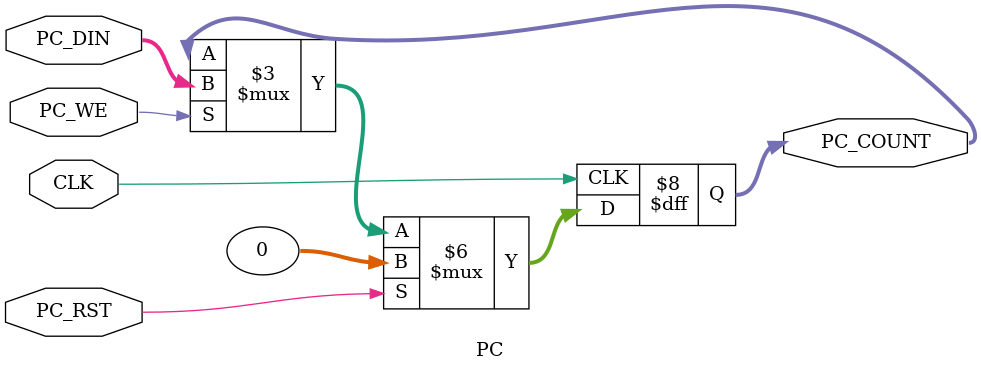
<source format=sv>
`timescale 1ns / 1ps


module PC(
    input PC_RST,
    input PC_WE,
    input [31:0] PC_DIN,
    input CLK,
    output logic[31:0] PC_COUNT
    );
    always_ff @(posedge CLK) begin
        if(PC_RST) begin    //PC_Rst resets count to 0
            PC_COUNT<=0;
        end else if(PC_WE) begin    //otherwise move to next instruction specified by mux
            PC_COUNT<=PC_DIN;
        end else begin
            PC_COUNT<=PC_COUNT; //if write not enabled, and not reseting stay at same instruction
       end
    end
endmodule

</source>
